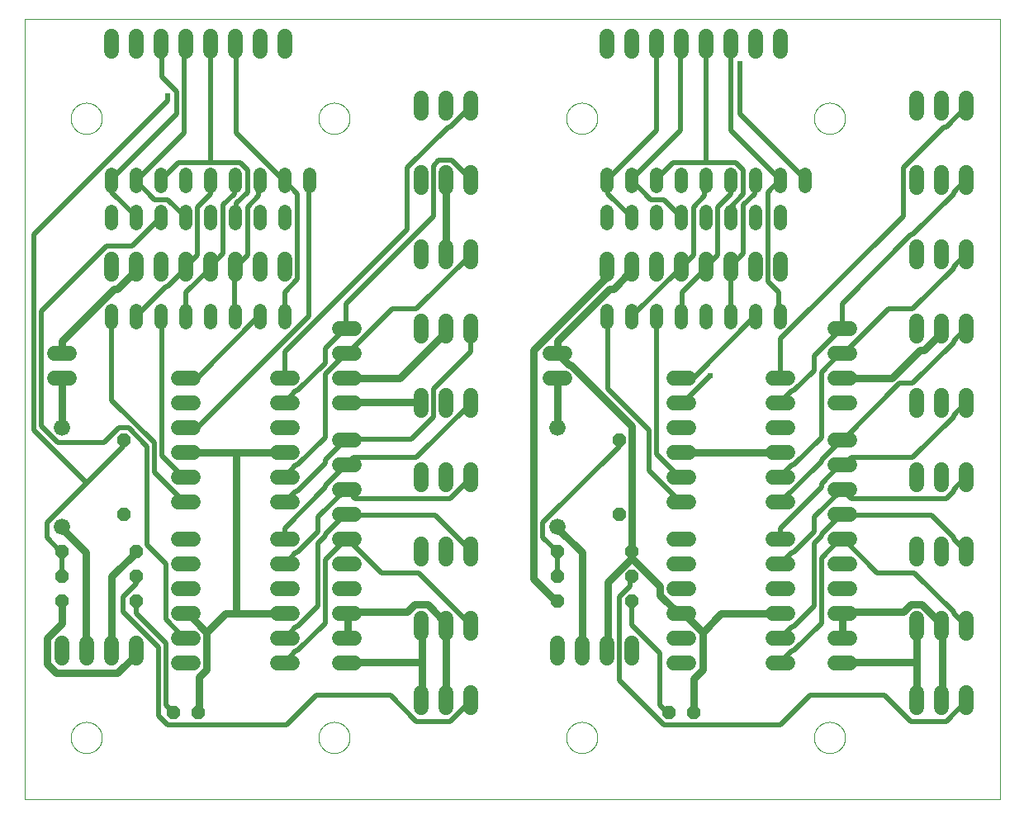
<source format=gtl>
G75*
%MOIN*%
%OFA0B0*%
%FSLAX25Y25*%
%IPPOS*%
%LPD*%
%AMOC8*
5,1,8,0,0,1.08239X$1,22.5*
%
%ADD10C,0.00000*%
%ADD11C,0.06600*%
%ADD12C,0.06000*%
%ADD13OC8,0.05200*%
%ADD14C,0.05200*%
%ADD15C,0.02000*%
%ADD16C,0.03000*%
%ADD17C,0.02381*%
D10*
X0001000Y0003000D02*
X0001000Y0317961D01*
X0394701Y0317961D01*
X0394701Y0003000D01*
X0001000Y0003000D01*
X0019701Y0028000D02*
X0019703Y0028158D01*
X0019709Y0028316D01*
X0019719Y0028474D01*
X0019733Y0028632D01*
X0019751Y0028789D01*
X0019772Y0028946D01*
X0019798Y0029102D01*
X0019828Y0029258D01*
X0019861Y0029413D01*
X0019899Y0029566D01*
X0019940Y0029719D01*
X0019985Y0029871D01*
X0020034Y0030022D01*
X0020087Y0030171D01*
X0020143Y0030319D01*
X0020203Y0030465D01*
X0020267Y0030610D01*
X0020335Y0030753D01*
X0020406Y0030895D01*
X0020480Y0031035D01*
X0020558Y0031172D01*
X0020640Y0031308D01*
X0020724Y0031442D01*
X0020813Y0031573D01*
X0020904Y0031702D01*
X0020999Y0031829D01*
X0021096Y0031954D01*
X0021197Y0032076D01*
X0021301Y0032195D01*
X0021408Y0032312D01*
X0021518Y0032426D01*
X0021631Y0032537D01*
X0021746Y0032646D01*
X0021864Y0032751D01*
X0021985Y0032853D01*
X0022108Y0032953D01*
X0022234Y0033049D01*
X0022362Y0033142D01*
X0022492Y0033232D01*
X0022625Y0033318D01*
X0022760Y0033402D01*
X0022896Y0033481D01*
X0023035Y0033558D01*
X0023176Y0033630D01*
X0023318Y0033700D01*
X0023462Y0033765D01*
X0023608Y0033827D01*
X0023755Y0033885D01*
X0023904Y0033940D01*
X0024054Y0033991D01*
X0024205Y0034038D01*
X0024357Y0034081D01*
X0024510Y0034120D01*
X0024665Y0034156D01*
X0024820Y0034187D01*
X0024976Y0034215D01*
X0025132Y0034239D01*
X0025289Y0034259D01*
X0025447Y0034275D01*
X0025604Y0034287D01*
X0025763Y0034295D01*
X0025921Y0034299D01*
X0026079Y0034299D01*
X0026237Y0034295D01*
X0026396Y0034287D01*
X0026553Y0034275D01*
X0026711Y0034259D01*
X0026868Y0034239D01*
X0027024Y0034215D01*
X0027180Y0034187D01*
X0027335Y0034156D01*
X0027490Y0034120D01*
X0027643Y0034081D01*
X0027795Y0034038D01*
X0027946Y0033991D01*
X0028096Y0033940D01*
X0028245Y0033885D01*
X0028392Y0033827D01*
X0028538Y0033765D01*
X0028682Y0033700D01*
X0028824Y0033630D01*
X0028965Y0033558D01*
X0029104Y0033481D01*
X0029240Y0033402D01*
X0029375Y0033318D01*
X0029508Y0033232D01*
X0029638Y0033142D01*
X0029766Y0033049D01*
X0029892Y0032953D01*
X0030015Y0032853D01*
X0030136Y0032751D01*
X0030254Y0032646D01*
X0030369Y0032537D01*
X0030482Y0032426D01*
X0030592Y0032312D01*
X0030699Y0032195D01*
X0030803Y0032076D01*
X0030904Y0031954D01*
X0031001Y0031829D01*
X0031096Y0031702D01*
X0031187Y0031573D01*
X0031276Y0031442D01*
X0031360Y0031308D01*
X0031442Y0031172D01*
X0031520Y0031035D01*
X0031594Y0030895D01*
X0031665Y0030753D01*
X0031733Y0030610D01*
X0031797Y0030465D01*
X0031857Y0030319D01*
X0031913Y0030171D01*
X0031966Y0030022D01*
X0032015Y0029871D01*
X0032060Y0029719D01*
X0032101Y0029566D01*
X0032139Y0029413D01*
X0032172Y0029258D01*
X0032202Y0029102D01*
X0032228Y0028946D01*
X0032249Y0028789D01*
X0032267Y0028632D01*
X0032281Y0028474D01*
X0032291Y0028316D01*
X0032297Y0028158D01*
X0032299Y0028000D01*
X0032297Y0027842D01*
X0032291Y0027684D01*
X0032281Y0027526D01*
X0032267Y0027368D01*
X0032249Y0027211D01*
X0032228Y0027054D01*
X0032202Y0026898D01*
X0032172Y0026742D01*
X0032139Y0026587D01*
X0032101Y0026434D01*
X0032060Y0026281D01*
X0032015Y0026129D01*
X0031966Y0025978D01*
X0031913Y0025829D01*
X0031857Y0025681D01*
X0031797Y0025535D01*
X0031733Y0025390D01*
X0031665Y0025247D01*
X0031594Y0025105D01*
X0031520Y0024965D01*
X0031442Y0024828D01*
X0031360Y0024692D01*
X0031276Y0024558D01*
X0031187Y0024427D01*
X0031096Y0024298D01*
X0031001Y0024171D01*
X0030904Y0024046D01*
X0030803Y0023924D01*
X0030699Y0023805D01*
X0030592Y0023688D01*
X0030482Y0023574D01*
X0030369Y0023463D01*
X0030254Y0023354D01*
X0030136Y0023249D01*
X0030015Y0023147D01*
X0029892Y0023047D01*
X0029766Y0022951D01*
X0029638Y0022858D01*
X0029508Y0022768D01*
X0029375Y0022682D01*
X0029240Y0022598D01*
X0029104Y0022519D01*
X0028965Y0022442D01*
X0028824Y0022370D01*
X0028682Y0022300D01*
X0028538Y0022235D01*
X0028392Y0022173D01*
X0028245Y0022115D01*
X0028096Y0022060D01*
X0027946Y0022009D01*
X0027795Y0021962D01*
X0027643Y0021919D01*
X0027490Y0021880D01*
X0027335Y0021844D01*
X0027180Y0021813D01*
X0027024Y0021785D01*
X0026868Y0021761D01*
X0026711Y0021741D01*
X0026553Y0021725D01*
X0026396Y0021713D01*
X0026237Y0021705D01*
X0026079Y0021701D01*
X0025921Y0021701D01*
X0025763Y0021705D01*
X0025604Y0021713D01*
X0025447Y0021725D01*
X0025289Y0021741D01*
X0025132Y0021761D01*
X0024976Y0021785D01*
X0024820Y0021813D01*
X0024665Y0021844D01*
X0024510Y0021880D01*
X0024357Y0021919D01*
X0024205Y0021962D01*
X0024054Y0022009D01*
X0023904Y0022060D01*
X0023755Y0022115D01*
X0023608Y0022173D01*
X0023462Y0022235D01*
X0023318Y0022300D01*
X0023176Y0022370D01*
X0023035Y0022442D01*
X0022896Y0022519D01*
X0022760Y0022598D01*
X0022625Y0022682D01*
X0022492Y0022768D01*
X0022362Y0022858D01*
X0022234Y0022951D01*
X0022108Y0023047D01*
X0021985Y0023147D01*
X0021864Y0023249D01*
X0021746Y0023354D01*
X0021631Y0023463D01*
X0021518Y0023574D01*
X0021408Y0023688D01*
X0021301Y0023805D01*
X0021197Y0023924D01*
X0021096Y0024046D01*
X0020999Y0024171D01*
X0020904Y0024298D01*
X0020813Y0024427D01*
X0020724Y0024558D01*
X0020640Y0024692D01*
X0020558Y0024828D01*
X0020480Y0024965D01*
X0020406Y0025105D01*
X0020335Y0025247D01*
X0020267Y0025390D01*
X0020203Y0025535D01*
X0020143Y0025681D01*
X0020087Y0025829D01*
X0020034Y0025978D01*
X0019985Y0026129D01*
X0019940Y0026281D01*
X0019899Y0026434D01*
X0019861Y0026587D01*
X0019828Y0026742D01*
X0019798Y0026898D01*
X0019772Y0027054D01*
X0019751Y0027211D01*
X0019733Y0027368D01*
X0019719Y0027526D01*
X0019709Y0027684D01*
X0019703Y0027842D01*
X0019701Y0028000D01*
X0119701Y0028000D02*
X0119703Y0028158D01*
X0119709Y0028316D01*
X0119719Y0028474D01*
X0119733Y0028632D01*
X0119751Y0028789D01*
X0119772Y0028946D01*
X0119798Y0029102D01*
X0119828Y0029258D01*
X0119861Y0029413D01*
X0119899Y0029566D01*
X0119940Y0029719D01*
X0119985Y0029871D01*
X0120034Y0030022D01*
X0120087Y0030171D01*
X0120143Y0030319D01*
X0120203Y0030465D01*
X0120267Y0030610D01*
X0120335Y0030753D01*
X0120406Y0030895D01*
X0120480Y0031035D01*
X0120558Y0031172D01*
X0120640Y0031308D01*
X0120724Y0031442D01*
X0120813Y0031573D01*
X0120904Y0031702D01*
X0120999Y0031829D01*
X0121096Y0031954D01*
X0121197Y0032076D01*
X0121301Y0032195D01*
X0121408Y0032312D01*
X0121518Y0032426D01*
X0121631Y0032537D01*
X0121746Y0032646D01*
X0121864Y0032751D01*
X0121985Y0032853D01*
X0122108Y0032953D01*
X0122234Y0033049D01*
X0122362Y0033142D01*
X0122492Y0033232D01*
X0122625Y0033318D01*
X0122760Y0033402D01*
X0122896Y0033481D01*
X0123035Y0033558D01*
X0123176Y0033630D01*
X0123318Y0033700D01*
X0123462Y0033765D01*
X0123608Y0033827D01*
X0123755Y0033885D01*
X0123904Y0033940D01*
X0124054Y0033991D01*
X0124205Y0034038D01*
X0124357Y0034081D01*
X0124510Y0034120D01*
X0124665Y0034156D01*
X0124820Y0034187D01*
X0124976Y0034215D01*
X0125132Y0034239D01*
X0125289Y0034259D01*
X0125447Y0034275D01*
X0125604Y0034287D01*
X0125763Y0034295D01*
X0125921Y0034299D01*
X0126079Y0034299D01*
X0126237Y0034295D01*
X0126396Y0034287D01*
X0126553Y0034275D01*
X0126711Y0034259D01*
X0126868Y0034239D01*
X0127024Y0034215D01*
X0127180Y0034187D01*
X0127335Y0034156D01*
X0127490Y0034120D01*
X0127643Y0034081D01*
X0127795Y0034038D01*
X0127946Y0033991D01*
X0128096Y0033940D01*
X0128245Y0033885D01*
X0128392Y0033827D01*
X0128538Y0033765D01*
X0128682Y0033700D01*
X0128824Y0033630D01*
X0128965Y0033558D01*
X0129104Y0033481D01*
X0129240Y0033402D01*
X0129375Y0033318D01*
X0129508Y0033232D01*
X0129638Y0033142D01*
X0129766Y0033049D01*
X0129892Y0032953D01*
X0130015Y0032853D01*
X0130136Y0032751D01*
X0130254Y0032646D01*
X0130369Y0032537D01*
X0130482Y0032426D01*
X0130592Y0032312D01*
X0130699Y0032195D01*
X0130803Y0032076D01*
X0130904Y0031954D01*
X0131001Y0031829D01*
X0131096Y0031702D01*
X0131187Y0031573D01*
X0131276Y0031442D01*
X0131360Y0031308D01*
X0131442Y0031172D01*
X0131520Y0031035D01*
X0131594Y0030895D01*
X0131665Y0030753D01*
X0131733Y0030610D01*
X0131797Y0030465D01*
X0131857Y0030319D01*
X0131913Y0030171D01*
X0131966Y0030022D01*
X0132015Y0029871D01*
X0132060Y0029719D01*
X0132101Y0029566D01*
X0132139Y0029413D01*
X0132172Y0029258D01*
X0132202Y0029102D01*
X0132228Y0028946D01*
X0132249Y0028789D01*
X0132267Y0028632D01*
X0132281Y0028474D01*
X0132291Y0028316D01*
X0132297Y0028158D01*
X0132299Y0028000D01*
X0132297Y0027842D01*
X0132291Y0027684D01*
X0132281Y0027526D01*
X0132267Y0027368D01*
X0132249Y0027211D01*
X0132228Y0027054D01*
X0132202Y0026898D01*
X0132172Y0026742D01*
X0132139Y0026587D01*
X0132101Y0026434D01*
X0132060Y0026281D01*
X0132015Y0026129D01*
X0131966Y0025978D01*
X0131913Y0025829D01*
X0131857Y0025681D01*
X0131797Y0025535D01*
X0131733Y0025390D01*
X0131665Y0025247D01*
X0131594Y0025105D01*
X0131520Y0024965D01*
X0131442Y0024828D01*
X0131360Y0024692D01*
X0131276Y0024558D01*
X0131187Y0024427D01*
X0131096Y0024298D01*
X0131001Y0024171D01*
X0130904Y0024046D01*
X0130803Y0023924D01*
X0130699Y0023805D01*
X0130592Y0023688D01*
X0130482Y0023574D01*
X0130369Y0023463D01*
X0130254Y0023354D01*
X0130136Y0023249D01*
X0130015Y0023147D01*
X0129892Y0023047D01*
X0129766Y0022951D01*
X0129638Y0022858D01*
X0129508Y0022768D01*
X0129375Y0022682D01*
X0129240Y0022598D01*
X0129104Y0022519D01*
X0128965Y0022442D01*
X0128824Y0022370D01*
X0128682Y0022300D01*
X0128538Y0022235D01*
X0128392Y0022173D01*
X0128245Y0022115D01*
X0128096Y0022060D01*
X0127946Y0022009D01*
X0127795Y0021962D01*
X0127643Y0021919D01*
X0127490Y0021880D01*
X0127335Y0021844D01*
X0127180Y0021813D01*
X0127024Y0021785D01*
X0126868Y0021761D01*
X0126711Y0021741D01*
X0126553Y0021725D01*
X0126396Y0021713D01*
X0126237Y0021705D01*
X0126079Y0021701D01*
X0125921Y0021701D01*
X0125763Y0021705D01*
X0125604Y0021713D01*
X0125447Y0021725D01*
X0125289Y0021741D01*
X0125132Y0021761D01*
X0124976Y0021785D01*
X0124820Y0021813D01*
X0124665Y0021844D01*
X0124510Y0021880D01*
X0124357Y0021919D01*
X0124205Y0021962D01*
X0124054Y0022009D01*
X0123904Y0022060D01*
X0123755Y0022115D01*
X0123608Y0022173D01*
X0123462Y0022235D01*
X0123318Y0022300D01*
X0123176Y0022370D01*
X0123035Y0022442D01*
X0122896Y0022519D01*
X0122760Y0022598D01*
X0122625Y0022682D01*
X0122492Y0022768D01*
X0122362Y0022858D01*
X0122234Y0022951D01*
X0122108Y0023047D01*
X0121985Y0023147D01*
X0121864Y0023249D01*
X0121746Y0023354D01*
X0121631Y0023463D01*
X0121518Y0023574D01*
X0121408Y0023688D01*
X0121301Y0023805D01*
X0121197Y0023924D01*
X0121096Y0024046D01*
X0120999Y0024171D01*
X0120904Y0024298D01*
X0120813Y0024427D01*
X0120724Y0024558D01*
X0120640Y0024692D01*
X0120558Y0024828D01*
X0120480Y0024965D01*
X0120406Y0025105D01*
X0120335Y0025247D01*
X0120267Y0025390D01*
X0120203Y0025535D01*
X0120143Y0025681D01*
X0120087Y0025829D01*
X0120034Y0025978D01*
X0119985Y0026129D01*
X0119940Y0026281D01*
X0119899Y0026434D01*
X0119861Y0026587D01*
X0119828Y0026742D01*
X0119798Y0026898D01*
X0119772Y0027054D01*
X0119751Y0027211D01*
X0119733Y0027368D01*
X0119719Y0027526D01*
X0119709Y0027684D01*
X0119703Y0027842D01*
X0119701Y0028000D01*
X0219701Y0028000D02*
X0219703Y0028158D01*
X0219709Y0028316D01*
X0219719Y0028474D01*
X0219733Y0028632D01*
X0219751Y0028789D01*
X0219772Y0028946D01*
X0219798Y0029102D01*
X0219828Y0029258D01*
X0219861Y0029413D01*
X0219899Y0029566D01*
X0219940Y0029719D01*
X0219985Y0029871D01*
X0220034Y0030022D01*
X0220087Y0030171D01*
X0220143Y0030319D01*
X0220203Y0030465D01*
X0220267Y0030610D01*
X0220335Y0030753D01*
X0220406Y0030895D01*
X0220480Y0031035D01*
X0220558Y0031172D01*
X0220640Y0031308D01*
X0220724Y0031442D01*
X0220813Y0031573D01*
X0220904Y0031702D01*
X0220999Y0031829D01*
X0221096Y0031954D01*
X0221197Y0032076D01*
X0221301Y0032195D01*
X0221408Y0032312D01*
X0221518Y0032426D01*
X0221631Y0032537D01*
X0221746Y0032646D01*
X0221864Y0032751D01*
X0221985Y0032853D01*
X0222108Y0032953D01*
X0222234Y0033049D01*
X0222362Y0033142D01*
X0222492Y0033232D01*
X0222625Y0033318D01*
X0222760Y0033402D01*
X0222896Y0033481D01*
X0223035Y0033558D01*
X0223176Y0033630D01*
X0223318Y0033700D01*
X0223462Y0033765D01*
X0223608Y0033827D01*
X0223755Y0033885D01*
X0223904Y0033940D01*
X0224054Y0033991D01*
X0224205Y0034038D01*
X0224357Y0034081D01*
X0224510Y0034120D01*
X0224665Y0034156D01*
X0224820Y0034187D01*
X0224976Y0034215D01*
X0225132Y0034239D01*
X0225289Y0034259D01*
X0225447Y0034275D01*
X0225604Y0034287D01*
X0225763Y0034295D01*
X0225921Y0034299D01*
X0226079Y0034299D01*
X0226237Y0034295D01*
X0226396Y0034287D01*
X0226553Y0034275D01*
X0226711Y0034259D01*
X0226868Y0034239D01*
X0227024Y0034215D01*
X0227180Y0034187D01*
X0227335Y0034156D01*
X0227490Y0034120D01*
X0227643Y0034081D01*
X0227795Y0034038D01*
X0227946Y0033991D01*
X0228096Y0033940D01*
X0228245Y0033885D01*
X0228392Y0033827D01*
X0228538Y0033765D01*
X0228682Y0033700D01*
X0228824Y0033630D01*
X0228965Y0033558D01*
X0229104Y0033481D01*
X0229240Y0033402D01*
X0229375Y0033318D01*
X0229508Y0033232D01*
X0229638Y0033142D01*
X0229766Y0033049D01*
X0229892Y0032953D01*
X0230015Y0032853D01*
X0230136Y0032751D01*
X0230254Y0032646D01*
X0230369Y0032537D01*
X0230482Y0032426D01*
X0230592Y0032312D01*
X0230699Y0032195D01*
X0230803Y0032076D01*
X0230904Y0031954D01*
X0231001Y0031829D01*
X0231096Y0031702D01*
X0231187Y0031573D01*
X0231276Y0031442D01*
X0231360Y0031308D01*
X0231442Y0031172D01*
X0231520Y0031035D01*
X0231594Y0030895D01*
X0231665Y0030753D01*
X0231733Y0030610D01*
X0231797Y0030465D01*
X0231857Y0030319D01*
X0231913Y0030171D01*
X0231966Y0030022D01*
X0232015Y0029871D01*
X0232060Y0029719D01*
X0232101Y0029566D01*
X0232139Y0029413D01*
X0232172Y0029258D01*
X0232202Y0029102D01*
X0232228Y0028946D01*
X0232249Y0028789D01*
X0232267Y0028632D01*
X0232281Y0028474D01*
X0232291Y0028316D01*
X0232297Y0028158D01*
X0232299Y0028000D01*
X0232297Y0027842D01*
X0232291Y0027684D01*
X0232281Y0027526D01*
X0232267Y0027368D01*
X0232249Y0027211D01*
X0232228Y0027054D01*
X0232202Y0026898D01*
X0232172Y0026742D01*
X0232139Y0026587D01*
X0232101Y0026434D01*
X0232060Y0026281D01*
X0232015Y0026129D01*
X0231966Y0025978D01*
X0231913Y0025829D01*
X0231857Y0025681D01*
X0231797Y0025535D01*
X0231733Y0025390D01*
X0231665Y0025247D01*
X0231594Y0025105D01*
X0231520Y0024965D01*
X0231442Y0024828D01*
X0231360Y0024692D01*
X0231276Y0024558D01*
X0231187Y0024427D01*
X0231096Y0024298D01*
X0231001Y0024171D01*
X0230904Y0024046D01*
X0230803Y0023924D01*
X0230699Y0023805D01*
X0230592Y0023688D01*
X0230482Y0023574D01*
X0230369Y0023463D01*
X0230254Y0023354D01*
X0230136Y0023249D01*
X0230015Y0023147D01*
X0229892Y0023047D01*
X0229766Y0022951D01*
X0229638Y0022858D01*
X0229508Y0022768D01*
X0229375Y0022682D01*
X0229240Y0022598D01*
X0229104Y0022519D01*
X0228965Y0022442D01*
X0228824Y0022370D01*
X0228682Y0022300D01*
X0228538Y0022235D01*
X0228392Y0022173D01*
X0228245Y0022115D01*
X0228096Y0022060D01*
X0227946Y0022009D01*
X0227795Y0021962D01*
X0227643Y0021919D01*
X0227490Y0021880D01*
X0227335Y0021844D01*
X0227180Y0021813D01*
X0227024Y0021785D01*
X0226868Y0021761D01*
X0226711Y0021741D01*
X0226553Y0021725D01*
X0226396Y0021713D01*
X0226237Y0021705D01*
X0226079Y0021701D01*
X0225921Y0021701D01*
X0225763Y0021705D01*
X0225604Y0021713D01*
X0225447Y0021725D01*
X0225289Y0021741D01*
X0225132Y0021761D01*
X0224976Y0021785D01*
X0224820Y0021813D01*
X0224665Y0021844D01*
X0224510Y0021880D01*
X0224357Y0021919D01*
X0224205Y0021962D01*
X0224054Y0022009D01*
X0223904Y0022060D01*
X0223755Y0022115D01*
X0223608Y0022173D01*
X0223462Y0022235D01*
X0223318Y0022300D01*
X0223176Y0022370D01*
X0223035Y0022442D01*
X0222896Y0022519D01*
X0222760Y0022598D01*
X0222625Y0022682D01*
X0222492Y0022768D01*
X0222362Y0022858D01*
X0222234Y0022951D01*
X0222108Y0023047D01*
X0221985Y0023147D01*
X0221864Y0023249D01*
X0221746Y0023354D01*
X0221631Y0023463D01*
X0221518Y0023574D01*
X0221408Y0023688D01*
X0221301Y0023805D01*
X0221197Y0023924D01*
X0221096Y0024046D01*
X0220999Y0024171D01*
X0220904Y0024298D01*
X0220813Y0024427D01*
X0220724Y0024558D01*
X0220640Y0024692D01*
X0220558Y0024828D01*
X0220480Y0024965D01*
X0220406Y0025105D01*
X0220335Y0025247D01*
X0220267Y0025390D01*
X0220203Y0025535D01*
X0220143Y0025681D01*
X0220087Y0025829D01*
X0220034Y0025978D01*
X0219985Y0026129D01*
X0219940Y0026281D01*
X0219899Y0026434D01*
X0219861Y0026587D01*
X0219828Y0026742D01*
X0219798Y0026898D01*
X0219772Y0027054D01*
X0219751Y0027211D01*
X0219733Y0027368D01*
X0219719Y0027526D01*
X0219709Y0027684D01*
X0219703Y0027842D01*
X0219701Y0028000D01*
X0319701Y0028000D02*
X0319703Y0028158D01*
X0319709Y0028316D01*
X0319719Y0028474D01*
X0319733Y0028632D01*
X0319751Y0028789D01*
X0319772Y0028946D01*
X0319798Y0029102D01*
X0319828Y0029258D01*
X0319861Y0029413D01*
X0319899Y0029566D01*
X0319940Y0029719D01*
X0319985Y0029871D01*
X0320034Y0030022D01*
X0320087Y0030171D01*
X0320143Y0030319D01*
X0320203Y0030465D01*
X0320267Y0030610D01*
X0320335Y0030753D01*
X0320406Y0030895D01*
X0320480Y0031035D01*
X0320558Y0031172D01*
X0320640Y0031308D01*
X0320724Y0031442D01*
X0320813Y0031573D01*
X0320904Y0031702D01*
X0320999Y0031829D01*
X0321096Y0031954D01*
X0321197Y0032076D01*
X0321301Y0032195D01*
X0321408Y0032312D01*
X0321518Y0032426D01*
X0321631Y0032537D01*
X0321746Y0032646D01*
X0321864Y0032751D01*
X0321985Y0032853D01*
X0322108Y0032953D01*
X0322234Y0033049D01*
X0322362Y0033142D01*
X0322492Y0033232D01*
X0322625Y0033318D01*
X0322760Y0033402D01*
X0322896Y0033481D01*
X0323035Y0033558D01*
X0323176Y0033630D01*
X0323318Y0033700D01*
X0323462Y0033765D01*
X0323608Y0033827D01*
X0323755Y0033885D01*
X0323904Y0033940D01*
X0324054Y0033991D01*
X0324205Y0034038D01*
X0324357Y0034081D01*
X0324510Y0034120D01*
X0324665Y0034156D01*
X0324820Y0034187D01*
X0324976Y0034215D01*
X0325132Y0034239D01*
X0325289Y0034259D01*
X0325447Y0034275D01*
X0325604Y0034287D01*
X0325763Y0034295D01*
X0325921Y0034299D01*
X0326079Y0034299D01*
X0326237Y0034295D01*
X0326396Y0034287D01*
X0326553Y0034275D01*
X0326711Y0034259D01*
X0326868Y0034239D01*
X0327024Y0034215D01*
X0327180Y0034187D01*
X0327335Y0034156D01*
X0327490Y0034120D01*
X0327643Y0034081D01*
X0327795Y0034038D01*
X0327946Y0033991D01*
X0328096Y0033940D01*
X0328245Y0033885D01*
X0328392Y0033827D01*
X0328538Y0033765D01*
X0328682Y0033700D01*
X0328824Y0033630D01*
X0328965Y0033558D01*
X0329104Y0033481D01*
X0329240Y0033402D01*
X0329375Y0033318D01*
X0329508Y0033232D01*
X0329638Y0033142D01*
X0329766Y0033049D01*
X0329892Y0032953D01*
X0330015Y0032853D01*
X0330136Y0032751D01*
X0330254Y0032646D01*
X0330369Y0032537D01*
X0330482Y0032426D01*
X0330592Y0032312D01*
X0330699Y0032195D01*
X0330803Y0032076D01*
X0330904Y0031954D01*
X0331001Y0031829D01*
X0331096Y0031702D01*
X0331187Y0031573D01*
X0331276Y0031442D01*
X0331360Y0031308D01*
X0331442Y0031172D01*
X0331520Y0031035D01*
X0331594Y0030895D01*
X0331665Y0030753D01*
X0331733Y0030610D01*
X0331797Y0030465D01*
X0331857Y0030319D01*
X0331913Y0030171D01*
X0331966Y0030022D01*
X0332015Y0029871D01*
X0332060Y0029719D01*
X0332101Y0029566D01*
X0332139Y0029413D01*
X0332172Y0029258D01*
X0332202Y0029102D01*
X0332228Y0028946D01*
X0332249Y0028789D01*
X0332267Y0028632D01*
X0332281Y0028474D01*
X0332291Y0028316D01*
X0332297Y0028158D01*
X0332299Y0028000D01*
X0332297Y0027842D01*
X0332291Y0027684D01*
X0332281Y0027526D01*
X0332267Y0027368D01*
X0332249Y0027211D01*
X0332228Y0027054D01*
X0332202Y0026898D01*
X0332172Y0026742D01*
X0332139Y0026587D01*
X0332101Y0026434D01*
X0332060Y0026281D01*
X0332015Y0026129D01*
X0331966Y0025978D01*
X0331913Y0025829D01*
X0331857Y0025681D01*
X0331797Y0025535D01*
X0331733Y0025390D01*
X0331665Y0025247D01*
X0331594Y0025105D01*
X0331520Y0024965D01*
X0331442Y0024828D01*
X0331360Y0024692D01*
X0331276Y0024558D01*
X0331187Y0024427D01*
X0331096Y0024298D01*
X0331001Y0024171D01*
X0330904Y0024046D01*
X0330803Y0023924D01*
X0330699Y0023805D01*
X0330592Y0023688D01*
X0330482Y0023574D01*
X0330369Y0023463D01*
X0330254Y0023354D01*
X0330136Y0023249D01*
X0330015Y0023147D01*
X0329892Y0023047D01*
X0329766Y0022951D01*
X0329638Y0022858D01*
X0329508Y0022768D01*
X0329375Y0022682D01*
X0329240Y0022598D01*
X0329104Y0022519D01*
X0328965Y0022442D01*
X0328824Y0022370D01*
X0328682Y0022300D01*
X0328538Y0022235D01*
X0328392Y0022173D01*
X0328245Y0022115D01*
X0328096Y0022060D01*
X0327946Y0022009D01*
X0327795Y0021962D01*
X0327643Y0021919D01*
X0327490Y0021880D01*
X0327335Y0021844D01*
X0327180Y0021813D01*
X0327024Y0021785D01*
X0326868Y0021761D01*
X0326711Y0021741D01*
X0326553Y0021725D01*
X0326396Y0021713D01*
X0326237Y0021705D01*
X0326079Y0021701D01*
X0325921Y0021701D01*
X0325763Y0021705D01*
X0325604Y0021713D01*
X0325447Y0021725D01*
X0325289Y0021741D01*
X0325132Y0021761D01*
X0324976Y0021785D01*
X0324820Y0021813D01*
X0324665Y0021844D01*
X0324510Y0021880D01*
X0324357Y0021919D01*
X0324205Y0021962D01*
X0324054Y0022009D01*
X0323904Y0022060D01*
X0323755Y0022115D01*
X0323608Y0022173D01*
X0323462Y0022235D01*
X0323318Y0022300D01*
X0323176Y0022370D01*
X0323035Y0022442D01*
X0322896Y0022519D01*
X0322760Y0022598D01*
X0322625Y0022682D01*
X0322492Y0022768D01*
X0322362Y0022858D01*
X0322234Y0022951D01*
X0322108Y0023047D01*
X0321985Y0023147D01*
X0321864Y0023249D01*
X0321746Y0023354D01*
X0321631Y0023463D01*
X0321518Y0023574D01*
X0321408Y0023688D01*
X0321301Y0023805D01*
X0321197Y0023924D01*
X0321096Y0024046D01*
X0320999Y0024171D01*
X0320904Y0024298D01*
X0320813Y0024427D01*
X0320724Y0024558D01*
X0320640Y0024692D01*
X0320558Y0024828D01*
X0320480Y0024965D01*
X0320406Y0025105D01*
X0320335Y0025247D01*
X0320267Y0025390D01*
X0320203Y0025535D01*
X0320143Y0025681D01*
X0320087Y0025829D01*
X0320034Y0025978D01*
X0319985Y0026129D01*
X0319940Y0026281D01*
X0319899Y0026434D01*
X0319861Y0026587D01*
X0319828Y0026742D01*
X0319798Y0026898D01*
X0319772Y0027054D01*
X0319751Y0027211D01*
X0319733Y0027368D01*
X0319719Y0027526D01*
X0319709Y0027684D01*
X0319703Y0027842D01*
X0319701Y0028000D01*
X0319701Y0278000D02*
X0319703Y0278158D01*
X0319709Y0278316D01*
X0319719Y0278474D01*
X0319733Y0278632D01*
X0319751Y0278789D01*
X0319772Y0278946D01*
X0319798Y0279102D01*
X0319828Y0279258D01*
X0319861Y0279413D01*
X0319899Y0279566D01*
X0319940Y0279719D01*
X0319985Y0279871D01*
X0320034Y0280022D01*
X0320087Y0280171D01*
X0320143Y0280319D01*
X0320203Y0280465D01*
X0320267Y0280610D01*
X0320335Y0280753D01*
X0320406Y0280895D01*
X0320480Y0281035D01*
X0320558Y0281172D01*
X0320640Y0281308D01*
X0320724Y0281442D01*
X0320813Y0281573D01*
X0320904Y0281702D01*
X0320999Y0281829D01*
X0321096Y0281954D01*
X0321197Y0282076D01*
X0321301Y0282195D01*
X0321408Y0282312D01*
X0321518Y0282426D01*
X0321631Y0282537D01*
X0321746Y0282646D01*
X0321864Y0282751D01*
X0321985Y0282853D01*
X0322108Y0282953D01*
X0322234Y0283049D01*
X0322362Y0283142D01*
X0322492Y0283232D01*
X0322625Y0283318D01*
X0322760Y0283402D01*
X0322896Y0283481D01*
X0323035Y0283558D01*
X0323176Y0283630D01*
X0323318Y0283700D01*
X0323462Y0283765D01*
X0323608Y0283827D01*
X0323755Y0283885D01*
X0323904Y0283940D01*
X0324054Y0283991D01*
X0324205Y0284038D01*
X0324357Y0284081D01*
X0324510Y0284120D01*
X0324665Y0284156D01*
X0324820Y0284187D01*
X0324976Y0284215D01*
X0325132Y0284239D01*
X0325289Y0284259D01*
X0325447Y0284275D01*
X0325604Y0284287D01*
X0325763Y0284295D01*
X0325921Y0284299D01*
X0326079Y0284299D01*
X0326237Y0284295D01*
X0326396Y0284287D01*
X0326553Y0284275D01*
X0326711Y0284259D01*
X0326868Y0284239D01*
X0327024Y0284215D01*
X0327180Y0284187D01*
X0327335Y0284156D01*
X0327490Y0284120D01*
X0327643Y0284081D01*
X0327795Y0284038D01*
X0327946Y0283991D01*
X0328096Y0283940D01*
X0328245Y0283885D01*
X0328392Y0283827D01*
X0328538Y0283765D01*
X0328682Y0283700D01*
X0328824Y0283630D01*
X0328965Y0283558D01*
X0329104Y0283481D01*
X0329240Y0283402D01*
X0329375Y0283318D01*
X0329508Y0283232D01*
X0329638Y0283142D01*
X0329766Y0283049D01*
X0329892Y0282953D01*
X0330015Y0282853D01*
X0330136Y0282751D01*
X0330254Y0282646D01*
X0330369Y0282537D01*
X0330482Y0282426D01*
X0330592Y0282312D01*
X0330699Y0282195D01*
X0330803Y0282076D01*
X0330904Y0281954D01*
X0331001Y0281829D01*
X0331096Y0281702D01*
X0331187Y0281573D01*
X0331276Y0281442D01*
X0331360Y0281308D01*
X0331442Y0281172D01*
X0331520Y0281035D01*
X0331594Y0280895D01*
X0331665Y0280753D01*
X0331733Y0280610D01*
X0331797Y0280465D01*
X0331857Y0280319D01*
X0331913Y0280171D01*
X0331966Y0280022D01*
X0332015Y0279871D01*
X0332060Y0279719D01*
X0332101Y0279566D01*
X0332139Y0279413D01*
X0332172Y0279258D01*
X0332202Y0279102D01*
X0332228Y0278946D01*
X0332249Y0278789D01*
X0332267Y0278632D01*
X0332281Y0278474D01*
X0332291Y0278316D01*
X0332297Y0278158D01*
X0332299Y0278000D01*
X0332297Y0277842D01*
X0332291Y0277684D01*
X0332281Y0277526D01*
X0332267Y0277368D01*
X0332249Y0277211D01*
X0332228Y0277054D01*
X0332202Y0276898D01*
X0332172Y0276742D01*
X0332139Y0276587D01*
X0332101Y0276434D01*
X0332060Y0276281D01*
X0332015Y0276129D01*
X0331966Y0275978D01*
X0331913Y0275829D01*
X0331857Y0275681D01*
X0331797Y0275535D01*
X0331733Y0275390D01*
X0331665Y0275247D01*
X0331594Y0275105D01*
X0331520Y0274965D01*
X0331442Y0274828D01*
X0331360Y0274692D01*
X0331276Y0274558D01*
X0331187Y0274427D01*
X0331096Y0274298D01*
X0331001Y0274171D01*
X0330904Y0274046D01*
X0330803Y0273924D01*
X0330699Y0273805D01*
X0330592Y0273688D01*
X0330482Y0273574D01*
X0330369Y0273463D01*
X0330254Y0273354D01*
X0330136Y0273249D01*
X0330015Y0273147D01*
X0329892Y0273047D01*
X0329766Y0272951D01*
X0329638Y0272858D01*
X0329508Y0272768D01*
X0329375Y0272682D01*
X0329240Y0272598D01*
X0329104Y0272519D01*
X0328965Y0272442D01*
X0328824Y0272370D01*
X0328682Y0272300D01*
X0328538Y0272235D01*
X0328392Y0272173D01*
X0328245Y0272115D01*
X0328096Y0272060D01*
X0327946Y0272009D01*
X0327795Y0271962D01*
X0327643Y0271919D01*
X0327490Y0271880D01*
X0327335Y0271844D01*
X0327180Y0271813D01*
X0327024Y0271785D01*
X0326868Y0271761D01*
X0326711Y0271741D01*
X0326553Y0271725D01*
X0326396Y0271713D01*
X0326237Y0271705D01*
X0326079Y0271701D01*
X0325921Y0271701D01*
X0325763Y0271705D01*
X0325604Y0271713D01*
X0325447Y0271725D01*
X0325289Y0271741D01*
X0325132Y0271761D01*
X0324976Y0271785D01*
X0324820Y0271813D01*
X0324665Y0271844D01*
X0324510Y0271880D01*
X0324357Y0271919D01*
X0324205Y0271962D01*
X0324054Y0272009D01*
X0323904Y0272060D01*
X0323755Y0272115D01*
X0323608Y0272173D01*
X0323462Y0272235D01*
X0323318Y0272300D01*
X0323176Y0272370D01*
X0323035Y0272442D01*
X0322896Y0272519D01*
X0322760Y0272598D01*
X0322625Y0272682D01*
X0322492Y0272768D01*
X0322362Y0272858D01*
X0322234Y0272951D01*
X0322108Y0273047D01*
X0321985Y0273147D01*
X0321864Y0273249D01*
X0321746Y0273354D01*
X0321631Y0273463D01*
X0321518Y0273574D01*
X0321408Y0273688D01*
X0321301Y0273805D01*
X0321197Y0273924D01*
X0321096Y0274046D01*
X0320999Y0274171D01*
X0320904Y0274298D01*
X0320813Y0274427D01*
X0320724Y0274558D01*
X0320640Y0274692D01*
X0320558Y0274828D01*
X0320480Y0274965D01*
X0320406Y0275105D01*
X0320335Y0275247D01*
X0320267Y0275390D01*
X0320203Y0275535D01*
X0320143Y0275681D01*
X0320087Y0275829D01*
X0320034Y0275978D01*
X0319985Y0276129D01*
X0319940Y0276281D01*
X0319899Y0276434D01*
X0319861Y0276587D01*
X0319828Y0276742D01*
X0319798Y0276898D01*
X0319772Y0277054D01*
X0319751Y0277211D01*
X0319733Y0277368D01*
X0319719Y0277526D01*
X0319709Y0277684D01*
X0319703Y0277842D01*
X0319701Y0278000D01*
X0219701Y0278000D02*
X0219703Y0278158D01*
X0219709Y0278316D01*
X0219719Y0278474D01*
X0219733Y0278632D01*
X0219751Y0278789D01*
X0219772Y0278946D01*
X0219798Y0279102D01*
X0219828Y0279258D01*
X0219861Y0279413D01*
X0219899Y0279566D01*
X0219940Y0279719D01*
X0219985Y0279871D01*
X0220034Y0280022D01*
X0220087Y0280171D01*
X0220143Y0280319D01*
X0220203Y0280465D01*
X0220267Y0280610D01*
X0220335Y0280753D01*
X0220406Y0280895D01*
X0220480Y0281035D01*
X0220558Y0281172D01*
X0220640Y0281308D01*
X0220724Y0281442D01*
X0220813Y0281573D01*
X0220904Y0281702D01*
X0220999Y0281829D01*
X0221096Y0281954D01*
X0221197Y0282076D01*
X0221301Y0282195D01*
X0221408Y0282312D01*
X0221518Y0282426D01*
X0221631Y0282537D01*
X0221746Y0282646D01*
X0221864Y0282751D01*
X0221985Y0282853D01*
X0222108Y0282953D01*
X0222234Y0283049D01*
X0222362Y0283142D01*
X0222492Y0283232D01*
X0222625Y0283318D01*
X0222760Y0283402D01*
X0222896Y0283481D01*
X0223035Y0283558D01*
X0223176Y0283630D01*
X0223318Y0283700D01*
X0223462Y0283765D01*
X0223608Y0283827D01*
X0223755Y0283885D01*
X0223904Y0283940D01*
X0224054Y0283991D01*
X0224205Y0284038D01*
X0224357Y0284081D01*
X0224510Y0284120D01*
X0224665Y0284156D01*
X0224820Y0284187D01*
X0224976Y0284215D01*
X0225132Y0284239D01*
X0225289Y0284259D01*
X0225447Y0284275D01*
X0225604Y0284287D01*
X0225763Y0284295D01*
X0225921Y0284299D01*
X0226079Y0284299D01*
X0226237Y0284295D01*
X0226396Y0284287D01*
X0226553Y0284275D01*
X0226711Y0284259D01*
X0226868Y0284239D01*
X0227024Y0284215D01*
X0227180Y0284187D01*
X0227335Y0284156D01*
X0227490Y0284120D01*
X0227643Y0284081D01*
X0227795Y0284038D01*
X0227946Y0283991D01*
X0228096Y0283940D01*
X0228245Y0283885D01*
X0228392Y0283827D01*
X0228538Y0283765D01*
X0228682Y0283700D01*
X0228824Y0283630D01*
X0228965Y0283558D01*
X0229104Y0283481D01*
X0229240Y0283402D01*
X0229375Y0283318D01*
X0229508Y0283232D01*
X0229638Y0283142D01*
X0229766Y0283049D01*
X0229892Y0282953D01*
X0230015Y0282853D01*
X0230136Y0282751D01*
X0230254Y0282646D01*
X0230369Y0282537D01*
X0230482Y0282426D01*
X0230592Y0282312D01*
X0230699Y0282195D01*
X0230803Y0282076D01*
X0230904Y0281954D01*
X0231001Y0281829D01*
X0231096Y0281702D01*
X0231187Y0281573D01*
X0231276Y0281442D01*
X0231360Y0281308D01*
X0231442Y0281172D01*
X0231520Y0281035D01*
X0231594Y0280895D01*
X0231665Y0280753D01*
X0231733Y0280610D01*
X0231797Y0280465D01*
X0231857Y0280319D01*
X0231913Y0280171D01*
X0231966Y0280022D01*
X0232015Y0279871D01*
X0232060Y0279719D01*
X0232101Y0279566D01*
X0232139Y0279413D01*
X0232172Y0279258D01*
X0232202Y0279102D01*
X0232228Y0278946D01*
X0232249Y0278789D01*
X0232267Y0278632D01*
X0232281Y0278474D01*
X0232291Y0278316D01*
X0232297Y0278158D01*
X0232299Y0278000D01*
X0232297Y0277842D01*
X0232291Y0277684D01*
X0232281Y0277526D01*
X0232267Y0277368D01*
X0232249Y0277211D01*
X0232228Y0277054D01*
X0232202Y0276898D01*
X0232172Y0276742D01*
X0232139Y0276587D01*
X0232101Y0276434D01*
X0232060Y0276281D01*
X0232015Y0276129D01*
X0231966Y0275978D01*
X0231913Y0275829D01*
X0231857Y0275681D01*
X0231797Y0275535D01*
X0231733Y0275390D01*
X0231665Y0275247D01*
X0231594Y0275105D01*
X0231520Y0274965D01*
X0231442Y0274828D01*
X0231360Y0274692D01*
X0231276Y0274558D01*
X0231187Y0274427D01*
X0231096Y0274298D01*
X0231001Y0274171D01*
X0230904Y0274046D01*
X0230803Y0273924D01*
X0230699Y0273805D01*
X0230592Y0273688D01*
X0230482Y0273574D01*
X0230369Y0273463D01*
X0230254Y0273354D01*
X0230136Y0273249D01*
X0230015Y0273147D01*
X0229892Y0273047D01*
X0229766Y0272951D01*
X0229638Y0272858D01*
X0229508Y0272768D01*
X0229375Y0272682D01*
X0229240Y0272598D01*
X0229104Y0272519D01*
X0228965Y0272442D01*
X0228824Y0272370D01*
X0228682Y0272300D01*
X0228538Y0272235D01*
X0228392Y0272173D01*
X0228245Y0272115D01*
X0228096Y0272060D01*
X0227946Y0272009D01*
X0227795Y0271962D01*
X0227643Y0271919D01*
X0227490Y0271880D01*
X0227335Y0271844D01*
X0227180Y0271813D01*
X0227024Y0271785D01*
X0226868Y0271761D01*
X0226711Y0271741D01*
X0226553Y0271725D01*
X0226396Y0271713D01*
X0226237Y0271705D01*
X0226079Y0271701D01*
X0225921Y0271701D01*
X0225763Y0271705D01*
X0225604Y0271713D01*
X0225447Y0271725D01*
X0225289Y0271741D01*
X0225132Y0271761D01*
X0224976Y0271785D01*
X0224820Y0271813D01*
X0224665Y0271844D01*
X0224510Y0271880D01*
X0224357Y0271919D01*
X0224205Y0271962D01*
X0224054Y0272009D01*
X0223904Y0272060D01*
X0223755Y0272115D01*
X0223608Y0272173D01*
X0223462Y0272235D01*
X0223318Y0272300D01*
X0223176Y0272370D01*
X0223035Y0272442D01*
X0222896Y0272519D01*
X0222760Y0272598D01*
X0222625Y0272682D01*
X0222492Y0272768D01*
X0222362Y0272858D01*
X0222234Y0272951D01*
X0222108Y0273047D01*
X0221985Y0273147D01*
X0221864Y0273249D01*
X0221746Y0273354D01*
X0221631Y0273463D01*
X0221518Y0273574D01*
X0221408Y0273688D01*
X0221301Y0273805D01*
X0221197Y0273924D01*
X0221096Y0274046D01*
X0220999Y0274171D01*
X0220904Y0274298D01*
X0220813Y0274427D01*
X0220724Y0274558D01*
X0220640Y0274692D01*
X0220558Y0274828D01*
X0220480Y0274965D01*
X0220406Y0275105D01*
X0220335Y0275247D01*
X0220267Y0275390D01*
X0220203Y0275535D01*
X0220143Y0275681D01*
X0220087Y0275829D01*
X0220034Y0275978D01*
X0219985Y0276129D01*
X0219940Y0276281D01*
X0219899Y0276434D01*
X0219861Y0276587D01*
X0219828Y0276742D01*
X0219798Y0276898D01*
X0219772Y0277054D01*
X0219751Y0277211D01*
X0219733Y0277368D01*
X0219719Y0277526D01*
X0219709Y0277684D01*
X0219703Y0277842D01*
X0219701Y0278000D01*
X0119701Y0278000D02*
X0119703Y0278158D01*
X0119709Y0278316D01*
X0119719Y0278474D01*
X0119733Y0278632D01*
X0119751Y0278789D01*
X0119772Y0278946D01*
X0119798Y0279102D01*
X0119828Y0279258D01*
X0119861Y0279413D01*
X0119899Y0279566D01*
X0119940Y0279719D01*
X0119985Y0279871D01*
X0120034Y0280022D01*
X0120087Y0280171D01*
X0120143Y0280319D01*
X0120203Y0280465D01*
X0120267Y0280610D01*
X0120335Y0280753D01*
X0120406Y0280895D01*
X0120480Y0281035D01*
X0120558Y0281172D01*
X0120640Y0281308D01*
X0120724Y0281442D01*
X0120813Y0281573D01*
X0120904Y0281702D01*
X0120999Y0281829D01*
X0121096Y0281954D01*
X0121197Y0282076D01*
X0121301Y0282195D01*
X0121408Y0282312D01*
X0121518Y0282426D01*
X0121631Y0282537D01*
X0121746Y0282646D01*
X0121864Y0282751D01*
X0121985Y0282853D01*
X0122108Y0282953D01*
X0122234Y0283049D01*
X0122362Y0283142D01*
X0122492Y0283232D01*
X0122625Y0283318D01*
X0122760Y0283402D01*
X0122896Y0283481D01*
X0123035Y0283558D01*
X0123176Y0283630D01*
X0123318Y0283700D01*
X0123462Y0283765D01*
X0123608Y0283827D01*
X0123755Y0283885D01*
X0123904Y0283940D01*
X0124054Y0283991D01*
X0124205Y0284038D01*
X0124357Y0284081D01*
X0124510Y0284120D01*
X0124665Y0284156D01*
X0124820Y0284187D01*
X0124976Y0284215D01*
X0125132Y0284239D01*
X0125289Y0284259D01*
X0125447Y0284275D01*
X0125604Y0284287D01*
X0125763Y0284295D01*
X0125921Y0284299D01*
X0126079Y0284299D01*
X0126237Y0284295D01*
X0126396Y0284287D01*
X0126553Y0284275D01*
X0126711Y0284259D01*
X0126868Y0284239D01*
X0127024Y0284215D01*
X0127180Y0284187D01*
X0127335Y0284156D01*
X0127490Y0284120D01*
X0127643Y0284081D01*
X0127795Y0284038D01*
X0127946Y0283991D01*
X0128096Y0283940D01*
X0128245Y0283885D01*
X0128392Y0283827D01*
X0128538Y0283765D01*
X0128682Y0283700D01*
X0128824Y0283630D01*
X0128965Y0283558D01*
X0129104Y0283481D01*
X0129240Y0283402D01*
X0129375Y0283318D01*
X0129508Y0283232D01*
X0129638Y0283142D01*
X0129766Y0283049D01*
X0129892Y0282953D01*
X0130015Y0282853D01*
X0130136Y0282751D01*
X0130254Y0282646D01*
X0130369Y0282537D01*
X0130482Y0282426D01*
X0130592Y0282312D01*
X0130699Y0282195D01*
X0130803Y0282076D01*
X0130904Y0281954D01*
X0131001Y0281829D01*
X0131096Y0281702D01*
X0131187Y0281573D01*
X0131276Y0281442D01*
X0131360Y0281308D01*
X0131442Y0281172D01*
X0131520Y0281035D01*
X0131594Y0280895D01*
X0131665Y0280753D01*
X0131733Y0280610D01*
X0131797Y0280465D01*
X0131857Y0280319D01*
X0131913Y0280171D01*
X0131966Y0280022D01*
X0132015Y0279871D01*
X0132060Y0279719D01*
X0132101Y0279566D01*
X0132139Y0279413D01*
X0132172Y0279258D01*
X0132202Y0279102D01*
X0132228Y0278946D01*
X0132249Y0278789D01*
X0132267Y0278632D01*
X0132281Y0278474D01*
X0132291Y0278316D01*
X0132297Y0278158D01*
X0132299Y0278000D01*
X0132297Y0277842D01*
X0132291Y0277684D01*
X0132281Y0277526D01*
X0132267Y0277368D01*
X0132249Y0277211D01*
X0132228Y0277054D01*
X0132202Y0276898D01*
X0132172Y0276742D01*
X0132139Y0276587D01*
X0132101Y0276434D01*
X0132060Y0276281D01*
X0132015Y0276129D01*
X0131966Y0275978D01*
X0131913Y0275829D01*
X0131857Y0275681D01*
X0131797Y0275535D01*
X0131733Y0275390D01*
X0131665Y0275247D01*
X0131594Y0275105D01*
X0131520Y0274965D01*
X0131442Y0274828D01*
X0131360Y0274692D01*
X0131276Y0274558D01*
X0131187Y0274427D01*
X0131096Y0274298D01*
X0131001Y0274171D01*
X0130904Y0274046D01*
X0130803Y0273924D01*
X0130699Y0273805D01*
X0130592Y0273688D01*
X0130482Y0273574D01*
X0130369Y0273463D01*
X0130254Y0273354D01*
X0130136Y0273249D01*
X0130015Y0273147D01*
X0129892Y0273047D01*
X0129766Y0272951D01*
X0129638Y0272858D01*
X0129508Y0272768D01*
X0129375Y0272682D01*
X0129240Y0272598D01*
X0129104Y0272519D01*
X0128965Y0272442D01*
X0128824Y0272370D01*
X0128682Y0272300D01*
X0128538Y0272235D01*
X0128392Y0272173D01*
X0128245Y0272115D01*
X0128096Y0272060D01*
X0127946Y0272009D01*
X0127795Y0271962D01*
X0127643Y0271919D01*
X0127490Y0271880D01*
X0127335Y0271844D01*
X0127180Y0271813D01*
X0127024Y0271785D01*
X0126868Y0271761D01*
X0126711Y0271741D01*
X0126553Y0271725D01*
X0126396Y0271713D01*
X0126237Y0271705D01*
X0126079Y0271701D01*
X0125921Y0271701D01*
X0125763Y0271705D01*
X0125604Y0271713D01*
X0125447Y0271725D01*
X0125289Y0271741D01*
X0125132Y0271761D01*
X0124976Y0271785D01*
X0124820Y0271813D01*
X0124665Y0271844D01*
X0124510Y0271880D01*
X0124357Y0271919D01*
X0124205Y0271962D01*
X0124054Y0272009D01*
X0123904Y0272060D01*
X0123755Y0272115D01*
X0123608Y0272173D01*
X0123462Y0272235D01*
X0123318Y0272300D01*
X0123176Y0272370D01*
X0123035Y0272442D01*
X0122896Y0272519D01*
X0122760Y0272598D01*
X0122625Y0272682D01*
X0122492Y0272768D01*
X0122362Y0272858D01*
X0122234Y0272951D01*
X0122108Y0273047D01*
X0121985Y0273147D01*
X0121864Y0273249D01*
X0121746Y0273354D01*
X0121631Y0273463D01*
X0121518Y0273574D01*
X0121408Y0273688D01*
X0121301Y0273805D01*
X0121197Y0273924D01*
X0121096Y0274046D01*
X0120999Y0274171D01*
X0120904Y0274298D01*
X0120813Y0274427D01*
X0120724Y0274558D01*
X0120640Y0274692D01*
X0120558Y0274828D01*
X0120480Y0274965D01*
X0120406Y0275105D01*
X0120335Y0275247D01*
X0120267Y0275390D01*
X0120203Y0275535D01*
X0120143Y0275681D01*
X0120087Y0275829D01*
X0120034Y0275978D01*
X0119985Y0276129D01*
X0119940Y0276281D01*
X0119899Y0276434D01*
X0119861Y0276587D01*
X0119828Y0276742D01*
X0119798Y0276898D01*
X0119772Y0277054D01*
X0119751Y0277211D01*
X0119733Y0277368D01*
X0119719Y0277526D01*
X0119709Y0277684D01*
X0119703Y0277842D01*
X0119701Y0278000D01*
X0019701Y0278000D02*
X0019703Y0278158D01*
X0019709Y0278316D01*
X0019719Y0278474D01*
X0019733Y0278632D01*
X0019751Y0278789D01*
X0019772Y0278946D01*
X0019798Y0279102D01*
X0019828Y0279258D01*
X0019861Y0279413D01*
X0019899Y0279566D01*
X0019940Y0279719D01*
X0019985Y0279871D01*
X0020034Y0280022D01*
X0020087Y0280171D01*
X0020143Y0280319D01*
X0020203Y0280465D01*
X0020267Y0280610D01*
X0020335Y0280753D01*
X0020406Y0280895D01*
X0020480Y0281035D01*
X0020558Y0281172D01*
X0020640Y0281308D01*
X0020724Y0281442D01*
X0020813Y0281573D01*
X0020904Y0281702D01*
X0020999Y0281829D01*
X0021096Y0281954D01*
X0021197Y0282076D01*
X0021301Y0282195D01*
X0021408Y0282312D01*
X0021518Y0282426D01*
X0021631Y0282537D01*
X0021746Y0282646D01*
X0021864Y0282751D01*
X0021985Y0282853D01*
X0022108Y0282953D01*
X0022234Y0283049D01*
X0022362Y0283142D01*
X0022492Y0283232D01*
X0022625Y0283318D01*
X0022760Y0283402D01*
X0022896Y0283481D01*
X0023035Y0283558D01*
X0023176Y0283630D01*
X0023318Y0283700D01*
X0023462Y0283765D01*
X0023608Y0283827D01*
X0023755Y0283885D01*
X0023904Y0283940D01*
X0024054Y0283991D01*
X0024205Y0284038D01*
X0024357Y0284081D01*
X0024510Y0284120D01*
X0024665Y0284156D01*
X0024820Y0284187D01*
X0024976Y0284215D01*
X0025132Y0284239D01*
X0025289Y0284259D01*
X0025447Y0284275D01*
X0025604Y0284287D01*
X0025763Y0284295D01*
X0025921Y0284299D01*
X0026079Y0284299D01*
X0026237Y0284295D01*
X0026396Y0284287D01*
X0026553Y0284275D01*
X0026711Y0284259D01*
X0026868Y0284239D01*
X0027024Y0284215D01*
X0027180Y0284187D01*
X0027335Y0284156D01*
X0027490Y0284120D01*
X0027643Y0284081D01*
X0027795Y0284038D01*
X0027946Y0283991D01*
X0028096Y0283940D01*
X0028245Y0283885D01*
X0028392Y0283827D01*
X0028538Y0283765D01*
X0028682Y0283700D01*
X0028824Y0283630D01*
X0028965Y0283558D01*
X0029104Y0283481D01*
X0029240Y0283402D01*
X0029375Y0283318D01*
X0029508Y0283232D01*
X0029638Y0283142D01*
X0029766Y0283049D01*
X0029892Y0282953D01*
X0030015Y0282853D01*
X0030136Y0282751D01*
X0030254Y0282646D01*
X0030369Y0282537D01*
X0030482Y0282426D01*
X0030592Y0282312D01*
X0030699Y0282195D01*
X0030803Y0282076D01*
X0030904Y0281954D01*
X0031001Y0281829D01*
X0031096Y0281702D01*
X0031187Y0281573D01*
X0031276Y0281442D01*
X0031360Y0281308D01*
X0031442Y0281172D01*
X0031520Y0281035D01*
X0031594Y0280895D01*
X0031665Y0280753D01*
X0031733Y0280610D01*
X0031797Y0280465D01*
X0031857Y0280319D01*
X0031913Y0280171D01*
X0031966Y0280022D01*
X0032015Y0279871D01*
X0032060Y0279719D01*
X0032101Y0279566D01*
X0032139Y0279413D01*
X0032172Y0279258D01*
X0032202Y0279102D01*
X0032228Y0278946D01*
X0032249Y0278789D01*
X0032267Y0278632D01*
X0032281Y0278474D01*
X0032291Y0278316D01*
X0032297Y0278158D01*
X0032299Y0278000D01*
X0032297Y0277842D01*
X0032291Y0277684D01*
X0032281Y0277526D01*
X0032267Y0277368D01*
X0032249Y0277211D01*
X0032228Y0277054D01*
X0032202Y0276898D01*
X0032172Y0276742D01*
X0032139Y0276587D01*
X0032101Y0276434D01*
X0032060Y0276281D01*
X0032015Y0276129D01*
X0031966Y0275978D01*
X0031913Y0275829D01*
X0031857Y0275681D01*
X0031797Y0275535D01*
X0031733Y0275390D01*
X0031665Y0275247D01*
X0031594Y0275105D01*
X0031520Y0274965D01*
X0031442Y0274828D01*
X0031360Y0274692D01*
X0031276Y0274558D01*
X0031187Y0274427D01*
X0031096Y0274298D01*
X0031001Y0274171D01*
X0030904Y0274046D01*
X0030803Y0273924D01*
X0030699Y0273805D01*
X0030592Y0273688D01*
X0030482Y0273574D01*
X0030369Y0273463D01*
X0030254Y0273354D01*
X0030136Y0273249D01*
X0030015Y0273147D01*
X0029892Y0273047D01*
X0029766Y0272951D01*
X0029638Y0272858D01*
X0029508Y0272768D01*
X0029375Y0272682D01*
X0029240Y0272598D01*
X0029104Y0272519D01*
X0028965Y0272442D01*
X0028824Y0272370D01*
X0028682Y0272300D01*
X0028538Y0272235D01*
X0028392Y0272173D01*
X0028245Y0272115D01*
X0028096Y0272060D01*
X0027946Y0272009D01*
X0027795Y0271962D01*
X0027643Y0271919D01*
X0027490Y0271880D01*
X0027335Y0271844D01*
X0027180Y0271813D01*
X0027024Y0271785D01*
X0026868Y0271761D01*
X0026711Y0271741D01*
X0026553Y0271725D01*
X0026396Y0271713D01*
X0026237Y0271705D01*
X0026079Y0271701D01*
X0025921Y0271701D01*
X0025763Y0271705D01*
X0025604Y0271713D01*
X0025447Y0271725D01*
X0025289Y0271741D01*
X0025132Y0271761D01*
X0024976Y0271785D01*
X0024820Y0271813D01*
X0024665Y0271844D01*
X0024510Y0271880D01*
X0024357Y0271919D01*
X0024205Y0271962D01*
X0024054Y0272009D01*
X0023904Y0272060D01*
X0023755Y0272115D01*
X0023608Y0272173D01*
X0023462Y0272235D01*
X0023318Y0272300D01*
X0023176Y0272370D01*
X0023035Y0272442D01*
X0022896Y0272519D01*
X0022760Y0272598D01*
X0022625Y0272682D01*
X0022492Y0272768D01*
X0022362Y0272858D01*
X0022234Y0272951D01*
X0022108Y0273047D01*
X0021985Y0273147D01*
X0021864Y0273249D01*
X0021746Y0273354D01*
X0021631Y0273463D01*
X0021518Y0273574D01*
X0021408Y0273688D01*
X0021301Y0273805D01*
X0021197Y0273924D01*
X0021096Y0274046D01*
X0020999Y0274171D01*
X0020904Y0274298D01*
X0020813Y0274427D01*
X0020724Y0274558D01*
X0020640Y0274692D01*
X0020558Y0274828D01*
X0020480Y0274965D01*
X0020406Y0275105D01*
X0020335Y0275247D01*
X0020267Y0275390D01*
X0020203Y0275535D01*
X0020143Y0275681D01*
X0020087Y0275829D01*
X0020034Y0275978D01*
X0019985Y0276129D01*
X0019940Y0276281D01*
X0019899Y0276434D01*
X0019861Y0276587D01*
X0019828Y0276742D01*
X0019798Y0276898D01*
X0019772Y0277054D01*
X0019751Y0277211D01*
X0019733Y0277368D01*
X0019719Y0277526D01*
X0019709Y0277684D01*
X0019703Y0277842D01*
X0019701Y0278000D01*
D11*
X0016000Y0153000D03*
X0016000Y0113000D03*
X0216000Y0113000D03*
X0216000Y0153000D03*
D12*
X0219000Y0173000D02*
X0213000Y0173000D01*
X0213000Y0183000D02*
X0219000Y0183000D01*
X0236000Y0215000D02*
X0236000Y0221000D01*
X0246000Y0221000D02*
X0246000Y0215000D01*
X0256000Y0215000D02*
X0256000Y0221000D01*
X0266000Y0221000D02*
X0266000Y0215000D01*
X0276000Y0215000D02*
X0276000Y0221000D01*
X0286000Y0221000D02*
X0286000Y0215000D01*
X0296000Y0215000D02*
X0296000Y0221000D01*
X0306000Y0221000D02*
X0306000Y0215000D01*
X0328000Y0193000D02*
X0334000Y0193000D01*
X0334000Y0183000D02*
X0328000Y0183000D01*
X0328000Y0173000D02*
X0334000Y0173000D01*
X0334000Y0163000D02*
X0328000Y0163000D01*
X0328000Y0148000D02*
X0334000Y0148000D01*
X0334000Y0138000D02*
X0328000Y0138000D01*
X0328000Y0128000D02*
X0334000Y0128000D01*
X0334000Y0118000D02*
X0328000Y0118000D01*
X0328000Y0108000D02*
X0334000Y0108000D01*
X0334000Y0098000D02*
X0328000Y0098000D01*
X0328000Y0088000D02*
X0334000Y0088000D01*
X0334000Y0078000D02*
X0328000Y0078000D01*
X0328000Y0068000D02*
X0334000Y0068000D01*
X0334000Y0058000D02*
X0328000Y0058000D01*
X0309000Y0058000D02*
X0303000Y0058000D01*
X0303000Y0068000D02*
X0309000Y0068000D01*
X0309000Y0078000D02*
X0303000Y0078000D01*
X0303000Y0088000D02*
X0309000Y0088000D01*
X0309000Y0098000D02*
X0303000Y0098000D01*
X0303000Y0108000D02*
X0309000Y0108000D01*
X0309000Y0123000D02*
X0303000Y0123000D01*
X0303000Y0133000D02*
X0309000Y0133000D01*
X0309000Y0143000D02*
X0303000Y0143000D01*
X0303000Y0153000D02*
X0309000Y0153000D01*
X0309000Y0163000D02*
X0303000Y0163000D01*
X0303000Y0173000D02*
X0309000Y0173000D01*
X0269000Y0173000D02*
X0263000Y0173000D01*
X0263000Y0163000D02*
X0269000Y0163000D01*
X0269000Y0153000D02*
X0263000Y0153000D01*
X0263000Y0143000D02*
X0269000Y0143000D01*
X0269000Y0133000D02*
X0263000Y0133000D01*
X0263000Y0123000D02*
X0269000Y0123000D01*
X0269000Y0108000D02*
X0263000Y0108000D01*
X0263000Y0098000D02*
X0269000Y0098000D01*
X0269000Y0088000D02*
X0263000Y0088000D01*
X0263000Y0078000D02*
X0269000Y0078000D01*
X0269000Y0068000D02*
X0263000Y0068000D01*
X0263000Y0058000D02*
X0269000Y0058000D01*
X0246000Y0060000D02*
X0246000Y0066000D01*
X0236000Y0066000D02*
X0236000Y0060000D01*
X0226000Y0060000D02*
X0226000Y0066000D01*
X0216000Y0066000D02*
X0216000Y0060000D01*
X0181000Y0070000D02*
X0181000Y0076000D01*
X0171000Y0076000D02*
X0171000Y0070000D01*
X0161000Y0070000D02*
X0161000Y0076000D01*
X0134000Y0078000D02*
X0128000Y0078000D01*
X0128000Y0068000D02*
X0134000Y0068000D01*
X0134000Y0058000D02*
X0128000Y0058000D01*
X0109000Y0058000D02*
X0103000Y0058000D01*
X0103000Y0068000D02*
X0109000Y0068000D01*
X0109000Y0078000D02*
X0103000Y0078000D01*
X0103000Y0088000D02*
X0109000Y0088000D01*
X0109000Y0098000D02*
X0103000Y0098000D01*
X0103000Y0108000D02*
X0109000Y0108000D01*
X0109000Y0123000D02*
X0103000Y0123000D01*
X0103000Y0133000D02*
X0109000Y0133000D01*
X0109000Y0143000D02*
X0103000Y0143000D01*
X0103000Y0153000D02*
X0109000Y0153000D01*
X0109000Y0163000D02*
X0103000Y0163000D01*
X0103000Y0173000D02*
X0109000Y0173000D01*
X0128000Y0173000D02*
X0134000Y0173000D01*
X0134000Y0163000D02*
X0128000Y0163000D01*
X0128000Y0148000D02*
X0134000Y0148000D01*
X0134000Y0138000D02*
X0128000Y0138000D01*
X0128000Y0128000D02*
X0134000Y0128000D01*
X0134000Y0118000D02*
X0128000Y0118000D01*
X0128000Y0108000D02*
X0134000Y0108000D01*
X0134000Y0098000D02*
X0128000Y0098000D01*
X0128000Y0088000D02*
X0134000Y0088000D01*
X0161000Y0100000D02*
X0161000Y0106000D01*
X0171000Y0106000D02*
X0171000Y0100000D01*
X0181000Y0100000D02*
X0181000Y0106000D01*
X0181000Y0130000D02*
X0181000Y0136000D01*
X0171000Y0136000D02*
X0171000Y0130000D01*
X0161000Y0130000D02*
X0161000Y0136000D01*
X0161000Y0160000D02*
X0161000Y0166000D01*
X0171000Y0166000D02*
X0171000Y0160000D01*
X0181000Y0160000D02*
X0181000Y0166000D01*
X0181000Y0190000D02*
X0181000Y0196000D01*
X0171000Y0196000D02*
X0171000Y0190000D01*
X0161000Y0190000D02*
X0161000Y0196000D01*
X0161000Y0220000D02*
X0161000Y0226000D01*
X0171000Y0226000D02*
X0171000Y0220000D01*
X0181000Y0220000D02*
X0181000Y0226000D01*
X0181000Y0250000D02*
X0181000Y0256000D01*
X0171000Y0256000D02*
X0171000Y0250000D01*
X0161000Y0250000D02*
X0161000Y0256000D01*
X0161000Y0280000D02*
X0161000Y0286000D01*
X0171000Y0286000D02*
X0171000Y0280000D01*
X0181000Y0280000D02*
X0181000Y0286000D01*
X0236000Y0305000D02*
X0236000Y0311000D01*
X0246000Y0311000D02*
X0246000Y0305000D01*
X0256000Y0305000D02*
X0256000Y0311000D01*
X0266000Y0311000D02*
X0266000Y0305000D01*
X0276000Y0305000D02*
X0276000Y0311000D01*
X0286000Y0311000D02*
X0286000Y0305000D01*
X0296000Y0305000D02*
X0296000Y0311000D01*
X0306000Y0311000D02*
X0306000Y0305000D01*
X0361000Y0286000D02*
X0361000Y0280000D01*
X0371000Y0280000D02*
X0371000Y0286000D01*
X0381000Y0286000D02*
X0381000Y0280000D01*
X0381000Y0256000D02*
X0381000Y0250000D01*
X0371000Y0250000D02*
X0371000Y0256000D01*
X0361000Y0256000D02*
X0361000Y0250000D01*
X0361000Y0226000D02*
X0361000Y0220000D01*
X0371000Y0220000D02*
X0371000Y0226000D01*
X0381000Y0226000D02*
X0381000Y0220000D01*
X0381000Y0196000D02*
X0381000Y0190000D01*
X0371000Y0190000D02*
X0371000Y0196000D01*
X0361000Y0196000D02*
X0361000Y0190000D01*
X0361000Y0166000D02*
X0361000Y0160000D01*
X0371000Y0160000D02*
X0371000Y0166000D01*
X0381000Y0166000D02*
X0381000Y0160000D01*
X0381000Y0136000D02*
X0381000Y0130000D01*
X0371000Y0130000D02*
X0371000Y0136000D01*
X0361000Y0136000D02*
X0361000Y0130000D01*
X0361000Y0106000D02*
X0361000Y0100000D01*
X0371000Y0100000D02*
X0371000Y0106000D01*
X0381000Y0106000D02*
X0381000Y0100000D01*
X0381000Y0076000D02*
X0381000Y0070000D01*
X0371000Y0070000D02*
X0371000Y0076000D01*
X0361000Y0076000D02*
X0361000Y0070000D01*
X0361000Y0046000D02*
X0361000Y0040000D01*
X0371000Y0040000D02*
X0371000Y0046000D01*
X0381000Y0046000D02*
X0381000Y0040000D01*
X0181000Y0040000D02*
X0181000Y0046000D01*
X0171000Y0046000D02*
X0171000Y0040000D01*
X0161000Y0040000D02*
X0161000Y0046000D01*
X0069000Y0058000D02*
X0063000Y0058000D01*
X0063000Y0068000D02*
X0069000Y0068000D01*
X0069000Y0078000D02*
X0063000Y0078000D01*
X0063000Y0088000D02*
X0069000Y0088000D01*
X0069000Y0098000D02*
X0063000Y0098000D01*
X0063000Y0108000D02*
X0069000Y0108000D01*
X0069000Y0123000D02*
X0063000Y0123000D01*
X0063000Y0133000D02*
X0069000Y0133000D01*
X0069000Y0143000D02*
X0063000Y0143000D01*
X0063000Y0153000D02*
X0069000Y0153000D01*
X0069000Y0163000D02*
X0063000Y0163000D01*
X0063000Y0173000D02*
X0069000Y0173000D01*
X0066000Y0215000D02*
X0066000Y0221000D01*
X0056000Y0221000D02*
X0056000Y0215000D01*
X0046000Y0215000D02*
X0046000Y0221000D01*
X0036000Y0221000D02*
X0036000Y0215000D01*
X0019000Y0183000D02*
X0013000Y0183000D01*
X0013000Y0173000D02*
X0019000Y0173000D01*
X0076000Y0215000D02*
X0076000Y0221000D01*
X0086000Y0221000D02*
X0086000Y0215000D01*
X0096000Y0215000D02*
X0096000Y0221000D01*
X0106000Y0221000D02*
X0106000Y0215000D01*
X0128000Y0193000D02*
X0134000Y0193000D01*
X0134000Y0183000D02*
X0128000Y0183000D01*
X0046000Y0066000D02*
X0046000Y0060000D01*
X0036000Y0060000D02*
X0036000Y0066000D01*
X0026000Y0066000D02*
X0026000Y0060000D01*
X0016000Y0060000D02*
X0016000Y0066000D01*
X0036000Y0305000D02*
X0036000Y0311000D01*
X0046000Y0311000D02*
X0046000Y0305000D01*
X0056000Y0305000D02*
X0056000Y0311000D01*
X0066000Y0311000D02*
X0066000Y0305000D01*
X0076000Y0305000D02*
X0076000Y0311000D01*
X0086000Y0311000D02*
X0086000Y0305000D01*
X0096000Y0305000D02*
X0096000Y0311000D01*
X0106000Y0311000D02*
X0106000Y0305000D01*
D13*
X0041000Y0148000D03*
X0041000Y0118000D03*
X0046000Y0103000D03*
X0046000Y0093000D03*
X0046000Y0083000D03*
X0016000Y0083000D03*
X0016000Y0093000D03*
X0016000Y0103000D03*
X0061000Y0038000D03*
X0071000Y0038000D03*
X0216000Y0083000D03*
X0216000Y0093000D03*
X0216000Y0103000D03*
X0241000Y0118000D03*
X0246000Y0103000D03*
X0246000Y0093000D03*
X0246000Y0083000D03*
X0261000Y0038000D03*
X0271000Y0038000D03*
X0241000Y0148000D03*
D14*
X0236000Y0195400D02*
X0236000Y0200600D01*
X0246000Y0200600D02*
X0246000Y0195400D01*
X0256000Y0195400D02*
X0256000Y0200600D01*
X0266000Y0200600D02*
X0266000Y0195400D01*
X0276000Y0195400D02*
X0276000Y0200600D01*
X0286000Y0200600D02*
X0286000Y0195400D01*
X0296000Y0195400D02*
X0296000Y0200600D01*
X0306000Y0200600D02*
X0306000Y0195400D01*
X0306000Y0235400D02*
X0306000Y0240600D01*
X0296000Y0240600D02*
X0296000Y0235400D01*
X0286000Y0235400D02*
X0286000Y0240600D01*
X0276000Y0240600D02*
X0276000Y0235400D01*
X0266000Y0235400D02*
X0266000Y0240600D01*
X0256000Y0240600D02*
X0256000Y0235400D01*
X0246000Y0235400D02*
X0246000Y0240600D01*
X0236000Y0240600D02*
X0236000Y0235400D01*
X0236000Y0250400D02*
X0236000Y0255600D01*
X0246000Y0255600D02*
X0246000Y0250400D01*
X0256000Y0250400D02*
X0256000Y0255600D01*
X0266000Y0255600D02*
X0266000Y0250400D01*
X0276000Y0250400D02*
X0276000Y0255600D01*
X0286000Y0255600D02*
X0286000Y0250400D01*
X0296000Y0250400D02*
X0296000Y0255600D01*
X0306000Y0255600D02*
X0306000Y0250400D01*
X0316000Y0250400D02*
X0316000Y0255600D01*
X0116000Y0255600D02*
X0116000Y0250400D01*
X0106000Y0250400D02*
X0106000Y0255600D01*
X0096000Y0255600D02*
X0096000Y0250400D01*
X0086000Y0250400D02*
X0086000Y0255600D01*
X0076000Y0255600D02*
X0076000Y0250400D01*
X0066000Y0250400D02*
X0066000Y0255600D01*
X0056000Y0255600D02*
X0056000Y0250400D01*
X0046000Y0250400D02*
X0046000Y0255600D01*
X0036000Y0255600D02*
X0036000Y0250400D01*
X0036000Y0240600D02*
X0036000Y0235400D01*
X0046000Y0235400D02*
X0046000Y0240600D01*
X0056000Y0240600D02*
X0056000Y0235400D01*
X0066000Y0235400D02*
X0066000Y0240600D01*
X0076000Y0240600D02*
X0076000Y0235400D01*
X0086000Y0235400D02*
X0086000Y0240600D01*
X0096000Y0240600D02*
X0096000Y0235400D01*
X0106000Y0235400D02*
X0106000Y0240600D01*
X0106000Y0200600D02*
X0106000Y0195400D01*
X0096000Y0195400D02*
X0096000Y0200600D01*
X0086000Y0200600D02*
X0086000Y0195400D01*
X0076000Y0195400D02*
X0076000Y0200600D01*
X0066000Y0200600D02*
X0066000Y0195400D01*
X0056000Y0195400D02*
X0056000Y0200600D01*
X0046000Y0200600D02*
X0046000Y0195400D01*
X0036000Y0195400D02*
X0036000Y0200600D01*
D15*
X0036000Y0198000D02*
X0036250Y0198000D01*
X0036250Y0164250D01*
X0053500Y0147000D01*
X0053500Y0135000D01*
X0065500Y0123000D01*
X0066000Y0123000D01*
X0065500Y0132750D02*
X0066000Y0133000D01*
X0065500Y0132750D02*
X0056500Y0141750D01*
X0056500Y0198000D01*
X0056000Y0198000D01*
X0066000Y0198000D02*
X0066250Y0198000D01*
X0066250Y0207750D01*
X0076000Y0217500D01*
X0076000Y0218000D01*
X0076000Y0218250D01*
X0081250Y0223500D01*
X0081250Y0243000D01*
X0085750Y0247500D01*
X0085750Y0252750D01*
X0086000Y0253000D01*
X0091000Y0257250D02*
X0091000Y0248250D01*
X0086500Y0243750D01*
X0086500Y0238500D01*
X0086000Y0238000D01*
X0091000Y0242250D02*
X0091000Y0222750D01*
X0086500Y0218250D01*
X0086000Y0218000D01*
X0085750Y0217500D01*
X0085750Y0198000D01*
X0086000Y0198000D01*
X0095500Y0198000D02*
X0096000Y0198000D01*
X0095500Y0198000D02*
X0070750Y0173250D01*
X0066250Y0173250D01*
X0066000Y0173000D01*
X0066000Y0153000D02*
X0070750Y0153000D01*
X0115750Y0198000D01*
X0115750Y0252750D01*
X0116000Y0253000D01*
X0111250Y0247500D02*
X0106000Y0252750D01*
X0106000Y0253000D01*
X0105250Y0253500D01*
X0086500Y0272250D01*
X0086500Y0307500D01*
X0086000Y0308000D01*
X0076000Y0308000D02*
X0076000Y0260250D01*
X0088000Y0260250D01*
X0091000Y0257250D01*
X0095500Y0252750D02*
X0096000Y0253000D01*
X0095500Y0252750D02*
X0095500Y0246750D01*
X0091000Y0242250D01*
X0076000Y0247500D02*
X0076000Y0253000D01*
X0076000Y0247500D02*
X0070750Y0242250D01*
X0070750Y0222750D01*
X0066000Y0218000D01*
X0066250Y0217500D01*
X0058750Y0210000D01*
X0058000Y0210000D01*
X0046000Y0198000D01*
X0044500Y0226500D02*
X0034000Y0226500D01*
X0007750Y0200250D01*
X0007750Y0153750D01*
X0014500Y0147000D01*
X0033250Y0147000D01*
X0039250Y0153000D01*
X0043000Y0153000D01*
X0050500Y0145500D01*
X0050500Y0105750D01*
X0058000Y0098250D01*
X0058000Y0075750D01*
X0065500Y0068250D01*
X0066000Y0068000D01*
X0058000Y0066000D02*
X0058000Y0041250D01*
X0061000Y0038250D01*
X0061000Y0038000D01*
X0058750Y0033000D02*
X0106750Y0033000D01*
X0118750Y0045000D01*
X0148750Y0045000D01*
X0159250Y0034500D01*
X0172750Y0034500D01*
X0181000Y0042750D01*
X0181000Y0043000D01*
X0181000Y0073000D02*
X0181000Y0073500D01*
X0160000Y0094500D01*
X0145000Y0094500D01*
X0131500Y0108000D01*
X0131000Y0108000D01*
X0130750Y0108000D01*
X0122500Y0099750D01*
X0122500Y0074250D01*
X0111250Y0063000D01*
X0110500Y0063000D01*
X0106000Y0058500D01*
X0106000Y0058000D01*
X0106000Y0068000D02*
X0106000Y0068250D01*
X0110500Y0072750D01*
X0111250Y0072750D01*
X0119500Y0081000D01*
X0119500Y0106500D01*
X0122500Y0109500D01*
X0122500Y0110250D01*
X0130750Y0118500D01*
X0131000Y0118000D01*
X0131500Y0117750D01*
X0166750Y0117750D01*
X0181000Y0103500D01*
X0181000Y0103000D01*
X0172750Y0124500D02*
X0134500Y0124500D01*
X0131000Y0128000D01*
X0130750Y0128250D01*
X0119500Y0117000D01*
X0119500Y0111000D01*
X0111250Y0102750D01*
X0110500Y0102750D01*
X0106000Y0098250D01*
X0106000Y0098000D01*
X0106000Y0108000D02*
X0106000Y0112500D01*
X0122500Y0129000D01*
X0122500Y0129750D01*
X0130750Y0138000D01*
X0131000Y0138000D01*
X0131500Y0138750D01*
X0133750Y0141000D01*
X0159250Y0141000D01*
X0181000Y0162750D01*
X0181000Y0163000D01*
X0166000Y0157500D02*
X0157000Y0148500D01*
X0131500Y0148500D01*
X0131000Y0148000D01*
X0130750Y0148500D01*
X0122500Y0140250D01*
X0122500Y0138750D01*
X0111250Y0127500D01*
X0110500Y0127500D01*
X0106000Y0123000D01*
X0106000Y0133000D02*
X0106000Y0133500D01*
X0110500Y0138000D01*
X0111250Y0138000D01*
X0122500Y0149250D01*
X0122500Y0174750D01*
X0130750Y0183000D01*
X0131000Y0183000D01*
X0131500Y0183000D01*
X0149500Y0201000D01*
X0159250Y0201000D01*
X0181000Y0222750D01*
X0181000Y0223000D01*
X0166000Y0238500D02*
X0130750Y0203250D01*
X0130750Y0194250D01*
X0131000Y0193000D01*
X0130750Y0193500D01*
X0122500Y0185250D01*
X0122500Y0179250D01*
X0111250Y0168000D01*
X0110500Y0168000D01*
X0106000Y0163500D01*
X0106000Y0163000D01*
X0106000Y0173000D02*
X0106000Y0183750D01*
X0155500Y0233250D01*
X0155500Y0258000D01*
X0172000Y0274500D01*
X0172750Y0274500D01*
X0181000Y0282750D01*
X0181000Y0283000D01*
X0173500Y0261000D02*
X0168250Y0261000D01*
X0166000Y0258750D01*
X0166000Y0238500D01*
X0181000Y0253000D02*
X0181000Y0253500D01*
X0173500Y0261000D01*
X0111250Y0247500D02*
X0111250Y0213000D01*
X0106000Y0207750D01*
X0106000Y0198000D01*
X0066000Y0238000D02*
X0058750Y0245250D01*
X0053500Y0245250D01*
X0046000Y0252750D01*
X0046000Y0253000D01*
X0046750Y0253500D01*
X0065500Y0272250D01*
X0065500Y0307500D01*
X0066000Y0308000D01*
X0056500Y0307500D02*
X0056000Y0308000D01*
X0056500Y0307500D02*
X0056500Y0294750D01*
X0062500Y0288750D01*
X0062500Y0279750D01*
X0036250Y0253500D01*
X0036000Y0253000D01*
X0036250Y0252750D01*
X0036250Y0248250D01*
X0046000Y0238500D01*
X0046000Y0238000D01*
X0056000Y0238000D02*
X0044500Y0226500D01*
X0056000Y0253000D02*
X0063250Y0260250D01*
X0076000Y0260250D01*
X0058750Y0285000D02*
X0004750Y0231000D01*
X0004750Y0152250D01*
X0026125Y0130875D01*
X0040750Y0145500D01*
X0040750Y0147750D01*
X0041000Y0148000D01*
X0026125Y0130875D02*
X0010000Y0114750D01*
X0010000Y0108750D01*
X0015250Y0103500D01*
X0016000Y0103000D01*
X0016000Y0093000D01*
X0040750Y0084750D02*
X0040750Y0078750D01*
X0055000Y0064500D01*
X0055000Y0036750D01*
X0058750Y0033000D01*
X0058000Y0066000D02*
X0046000Y0078000D01*
X0046000Y0083000D01*
X0040750Y0084750D02*
X0046000Y0090000D01*
X0046000Y0093000D01*
X0166000Y0157500D02*
X0166000Y0168750D01*
X0181000Y0183750D01*
X0181000Y0193000D01*
X0236000Y0198000D02*
X0236500Y0198000D01*
X0236500Y0168750D01*
X0253000Y0152250D01*
X0253000Y0135750D01*
X0265750Y0123000D01*
X0266000Y0123000D01*
X0265750Y0132750D02*
X0266000Y0133000D01*
X0265750Y0132750D02*
X0256000Y0142500D01*
X0256000Y0198000D01*
X0246250Y0198000D02*
X0246000Y0198000D01*
X0246250Y0198000D02*
X0265750Y0217500D01*
X0266000Y0218000D01*
X0266500Y0218250D01*
X0271000Y0222750D01*
X0271000Y0242250D01*
X0275500Y0246750D01*
X0275500Y0252750D01*
X0276000Y0253000D01*
X0276250Y0260250D02*
X0262750Y0260250D01*
X0256000Y0253500D01*
X0256000Y0253000D01*
X0253750Y0245250D02*
X0259000Y0245250D01*
X0265750Y0238500D01*
X0266000Y0238000D01*
X0253750Y0245250D02*
X0246000Y0253000D01*
X0246250Y0253500D01*
X0265750Y0273000D01*
X0265750Y0307500D01*
X0266000Y0308000D01*
X0276000Y0308000D02*
X0276250Y0307500D01*
X0276250Y0260250D01*
X0288250Y0260250D01*
X0291250Y0257250D01*
X0291250Y0247500D01*
X0286000Y0242250D01*
X0286000Y0238000D01*
X0291250Y0243000D02*
X0291250Y0223500D01*
X0286000Y0218250D01*
X0286000Y0218000D01*
X0286000Y0198000D01*
X0295750Y0198000D02*
X0296000Y0198000D01*
X0295750Y0198000D02*
X0271000Y0173250D01*
X0266500Y0173250D01*
X0266000Y0173000D01*
X0266000Y0163000D02*
X0266500Y0162750D01*
X0277750Y0174000D01*
X0266500Y0198000D02*
X0266000Y0198000D01*
X0266500Y0198000D02*
X0266500Y0207750D01*
X0276250Y0217500D01*
X0276000Y0218000D01*
X0280750Y0222750D01*
X0280750Y0242250D01*
X0286000Y0247500D01*
X0286000Y0253000D01*
X0295750Y0252750D02*
X0295750Y0247500D01*
X0291250Y0243000D01*
X0295750Y0252750D02*
X0296000Y0253000D01*
X0301000Y0248250D02*
X0305500Y0252750D01*
X0306000Y0253000D01*
X0286000Y0273000D01*
X0286000Y0308000D01*
X0289750Y0300000D02*
X0289750Y0279750D01*
X0316000Y0253500D01*
X0316000Y0253000D01*
X0301000Y0248250D02*
X0301000Y0212250D01*
X0305500Y0207750D01*
X0305500Y0198000D01*
X0306000Y0198000D01*
X0306250Y0189000D02*
X0355750Y0238500D01*
X0355750Y0258000D01*
X0372250Y0274500D01*
X0373000Y0274500D01*
X0381250Y0282750D01*
X0381000Y0283000D01*
X0381000Y0253000D02*
X0380500Y0252750D01*
X0376000Y0248250D01*
X0376000Y0247500D01*
X0359500Y0231000D01*
X0358750Y0231000D01*
X0331000Y0203250D01*
X0331000Y0193000D01*
X0331000Y0193500D01*
X0319750Y0182250D01*
X0319750Y0176250D01*
X0311500Y0168000D01*
X0310750Y0168000D01*
X0306250Y0163500D01*
X0306000Y0163000D01*
X0306000Y0173000D02*
X0306250Y0173250D01*
X0306250Y0189000D01*
X0322750Y0175500D02*
X0330250Y0183000D01*
X0331000Y0183000D01*
X0331750Y0183000D01*
X0349750Y0201000D01*
X0359500Y0201000D01*
X0376000Y0217500D01*
X0376000Y0218250D01*
X0380500Y0222750D01*
X0381000Y0223000D01*
X0381000Y0193000D02*
X0380500Y0192750D01*
X0376000Y0188250D01*
X0376000Y0187500D01*
X0359500Y0171000D01*
X0354250Y0171000D01*
X0331750Y0148500D01*
X0331000Y0148000D01*
X0331000Y0148500D01*
X0322750Y0140250D01*
X0322750Y0139500D01*
X0306250Y0123000D01*
X0306000Y0123000D01*
X0306000Y0133000D02*
X0306250Y0133500D01*
X0310750Y0138000D01*
X0311500Y0138000D01*
X0322750Y0149250D01*
X0322750Y0175500D01*
X0334750Y0141000D02*
X0331750Y0138000D01*
X0331000Y0138000D01*
X0330250Y0138000D01*
X0322750Y0130500D01*
X0322750Y0129000D01*
X0306250Y0112500D01*
X0306250Y0108000D01*
X0306000Y0108000D01*
X0310750Y0102750D02*
X0311500Y0102750D01*
X0319750Y0111000D01*
X0319750Y0117000D01*
X0331000Y0128250D01*
X0331000Y0128000D01*
X0331750Y0127500D01*
X0334750Y0124500D01*
X0373000Y0124500D01*
X0376000Y0127500D01*
X0376000Y0128250D01*
X0380500Y0132750D01*
X0381000Y0133000D01*
X0367000Y0117750D02*
X0331750Y0117750D01*
X0331000Y0118000D01*
X0331000Y0118500D01*
X0322750Y0110250D01*
X0322750Y0109500D01*
X0319750Y0106500D01*
X0319750Y0081000D01*
X0311500Y0072750D01*
X0310750Y0072750D01*
X0306000Y0068000D01*
X0310750Y0063000D02*
X0311500Y0063000D01*
X0322750Y0074250D01*
X0322750Y0100500D01*
X0330250Y0108000D01*
X0331000Y0108000D01*
X0331750Y0108000D01*
X0345250Y0094500D01*
X0360250Y0094500D01*
X0376000Y0078750D01*
X0376000Y0078000D01*
X0381000Y0073000D01*
X0348250Y0045000D02*
X0358750Y0034500D01*
X0373000Y0034500D01*
X0381250Y0042750D01*
X0381000Y0043000D01*
X0348250Y0045000D02*
X0318250Y0045000D01*
X0306250Y0033000D01*
X0259000Y0033000D01*
X0241000Y0051000D01*
X0241000Y0084750D01*
X0245500Y0089250D01*
X0245500Y0093000D01*
X0246000Y0093000D01*
X0246000Y0083000D02*
X0246250Y0082500D01*
X0246250Y0073500D01*
X0257500Y0062250D01*
X0257500Y0041250D01*
X0260500Y0038250D01*
X0261000Y0038000D01*
X0306000Y0058000D02*
X0306250Y0058500D01*
X0310750Y0063000D01*
X0306000Y0098000D02*
X0310750Y0102750D01*
X0334750Y0141000D02*
X0359500Y0141000D01*
X0376000Y0157500D01*
X0376000Y0158250D01*
X0380500Y0162750D01*
X0381000Y0163000D01*
X0367000Y0117750D02*
X0376000Y0108750D01*
X0376000Y0108000D01*
X0381000Y0103000D01*
X0241000Y0145500D02*
X0210250Y0114750D01*
X0210250Y0108750D01*
X0216000Y0103000D01*
X0216250Y0102750D01*
X0216250Y0093000D01*
X0216000Y0093000D01*
X0181000Y0132750D02*
X0172750Y0124500D01*
X0181000Y0132750D02*
X0181000Y0133000D01*
X0241000Y0145500D02*
X0241000Y0148000D01*
X0246000Y0238000D02*
X0236500Y0247500D01*
X0236500Y0252750D01*
X0236000Y0253000D01*
X0256000Y0273000D01*
X0256000Y0308000D01*
X0058750Y0287250D02*
X0058750Y0285000D01*
D16*
X0046000Y0218000D02*
X0046000Y0216750D01*
X0038500Y0209250D01*
X0037000Y0209250D01*
X0016000Y0188250D01*
X0016000Y0183000D01*
X0016000Y0173000D02*
X0016000Y0153000D01*
X0016000Y0113000D02*
X0016000Y0112500D01*
X0025750Y0102750D01*
X0025750Y0063000D01*
X0026000Y0063000D01*
X0036000Y0063000D02*
X0036250Y0063000D01*
X0036250Y0093000D01*
X0046000Y0102750D01*
X0046000Y0103000D01*
X0016000Y0083000D02*
X0016000Y0074250D01*
X0010000Y0068250D01*
X0010000Y0057750D01*
X0013750Y0054000D01*
X0038500Y0054000D01*
X0046000Y0061500D01*
X0046000Y0063000D01*
X0066000Y0078000D02*
X0067000Y0078000D01*
X0074500Y0070500D01*
X0082000Y0078000D01*
X0086500Y0078000D01*
X0086500Y0143250D01*
X0066250Y0143250D01*
X0066000Y0143000D01*
X0086500Y0143250D02*
X0106000Y0143250D01*
X0106000Y0143000D01*
X0131000Y0163000D02*
X0131500Y0163500D01*
X0160750Y0163500D01*
X0161000Y0163000D01*
X0152500Y0173250D02*
X0170500Y0191250D01*
X0170500Y0192750D01*
X0171000Y0193000D01*
X0152500Y0173250D02*
X0131500Y0173250D01*
X0131000Y0173000D01*
X0171000Y0223000D02*
X0171250Y0223500D01*
X0171250Y0252750D01*
X0171000Y0253000D01*
X0236000Y0218000D02*
X0235750Y0217500D01*
X0235750Y0213750D01*
X0206500Y0184500D01*
X0206500Y0092250D01*
X0215500Y0083250D01*
X0216000Y0083000D01*
X0236500Y0090750D02*
X0246250Y0100500D01*
X0257500Y0089250D01*
X0257500Y0085500D01*
X0265000Y0078000D01*
X0266000Y0078000D01*
X0267250Y0078000D01*
X0274750Y0070500D01*
X0282250Y0078000D01*
X0306000Y0078000D01*
X0331000Y0078000D02*
X0331000Y0068000D01*
X0331000Y0058500D02*
X0331000Y0058000D01*
X0331000Y0058500D02*
X0361000Y0058500D01*
X0361000Y0043000D01*
X0371000Y0043000D02*
X0371500Y0043500D01*
X0371500Y0072750D01*
X0371000Y0073000D01*
X0370750Y0074250D01*
X0363250Y0081750D01*
X0358750Y0081750D01*
X0355750Y0078750D01*
X0331750Y0078750D01*
X0331000Y0078000D01*
X0361000Y0073000D02*
X0361000Y0058500D01*
X0274750Y0055500D02*
X0274750Y0070500D01*
X0274750Y0055500D02*
X0271000Y0051750D01*
X0271000Y0038000D01*
X0236500Y0063000D02*
X0236000Y0063000D01*
X0236500Y0063000D02*
X0236500Y0090750D01*
X0246250Y0100500D02*
X0246250Y0102750D01*
X0246000Y0103000D01*
X0246250Y0104250D01*
X0246250Y0153750D01*
X0221500Y0178500D01*
X0220750Y0178500D01*
X0217000Y0182250D01*
X0216000Y0183000D01*
X0216250Y0183000D01*
X0216250Y0188250D01*
X0237250Y0209250D01*
X0238750Y0209250D01*
X0245500Y0216000D01*
X0245500Y0217500D01*
X0246000Y0218000D01*
X0216000Y0173000D02*
X0216250Y0172500D01*
X0216250Y0153000D01*
X0216000Y0153000D01*
X0216000Y0113000D02*
X0216250Y0112500D01*
X0226000Y0102750D01*
X0226000Y0063000D01*
X0171250Y0072750D02*
X0171250Y0043500D01*
X0171000Y0043000D01*
X0161500Y0043500D02*
X0161000Y0043000D01*
X0161500Y0043500D02*
X0161500Y0058500D01*
X0131500Y0058500D01*
X0131000Y0058000D01*
X0131000Y0068000D02*
X0131500Y0068250D01*
X0131500Y0078000D01*
X0131000Y0078000D01*
X0132250Y0078750D01*
X0155500Y0078750D01*
X0158500Y0081750D01*
X0163750Y0081750D01*
X0171250Y0074250D01*
X0171000Y0073000D01*
X0171250Y0072750D01*
X0161500Y0072750D02*
X0161000Y0073000D01*
X0161500Y0072750D02*
X0161500Y0058500D01*
X0106000Y0078000D02*
X0086500Y0078000D01*
X0074500Y0070500D02*
X0074500Y0055500D01*
X0071500Y0052500D01*
X0071500Y0038250D01*
X0071000Y0038000D01*
X0266000Y0143000D02*
X0266500Y0143250D01*
X0305500Y0143250D01*
X0306000Y0143000D01*
X0331000Y0173000D02*
X0331000Y0173250D01*
X0351250Y0173250D01*
X0362500Y0184500D01*
X0364000Y0184500D01*
X0370750Y0191250D01*
X0370750Y0192750D01*
X0371000Y0193000D01*
D17*
X0277750Y0174000D03*
X0289750Y0300000D03*
X0058750Y0287250D03*
M02*

</source>
